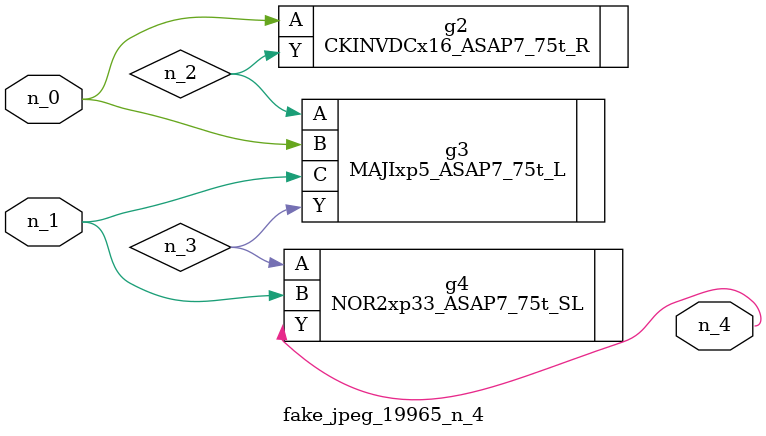
<source format=v>
module fake_jpeg_19965_n_4 (n_0, n_1, n_4);

input n_0;
input n_1;

output n_4;

wire n_2;
wire n_3;

CKINVDCx16_ASAP7_75t_R g2 ( 
.A(n_0),
.Y(n_2)
);

MAJIxp5_ASAP7_75t_L g3 ( 
.A(n_2),
.B(n_0),
.C(n_1),
.Y(n_3)
);

NOR2xp33_ASAP7_75t_SL g4 ( 
.A(n_3),
.B(n_1),
.Y(n_4)
);


endmodule
</source>
